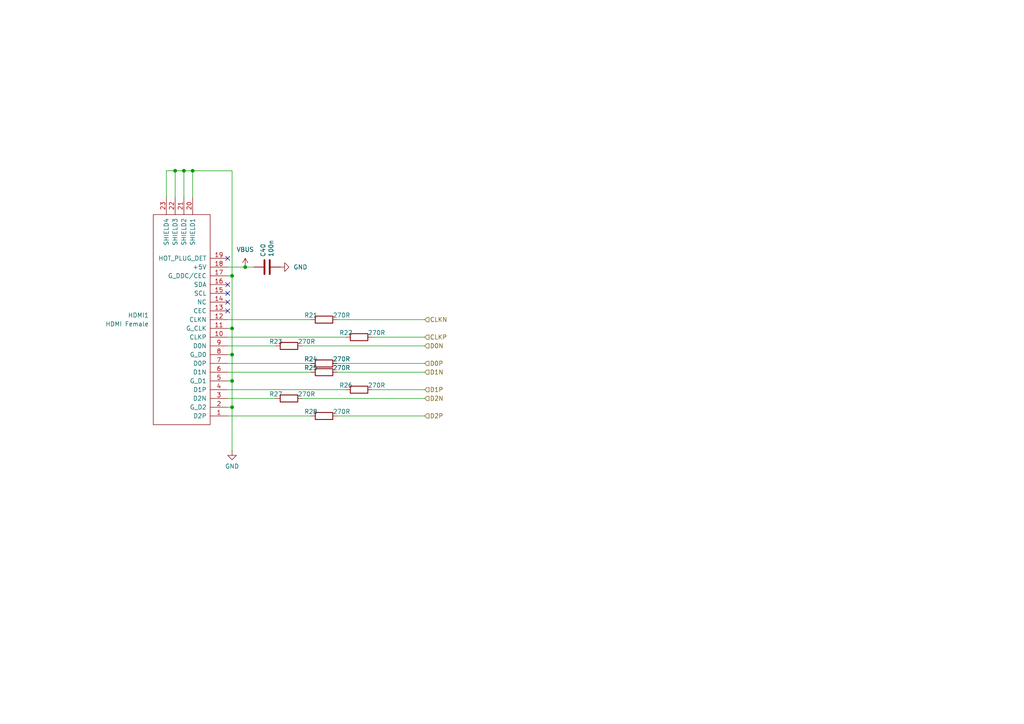
<source format=kicad_sch>
(kicad_sch (version 20231120) (generator "eeschema") (generator_version "8.0")
  (paper "A4")
  (title_block (title "Frank M2U") (date "2025-02-06") (rev "1.00") (company "Mikhail Matveev") (comment 1 "https://github.com/xtremespb/frank"))
  (lib_symbols
    (symbol "Device:C" (pin_numbers hide) (pin_names (offset 0.254))
      (property "Reference" "C" (at 0.635 2.54 0))
      (property "Value" "C" (at 0.635 -2.54 0))
      (symbol "C_0_1"
        (polyline (pts (xy -2.032 -0.762) (xy 2.032 -0.762)) (stroke (width 0.508)))
        (polyline (pts (xy -2.032 0.762) (xy 2.032 0.762)) (stroke (width 0.508)))
      )
      (symbol "C_1_1"
        (pin passive line (at 0 3.81 270) (length 2.794) (name "~") (number "1"))
        (pin passive line (at 0 -3.81 90) (length 2.794) (name "~") (number "2"))
      )
    )
    (symbol "Device:R" (pin_numbers hide) (pin_names (offset 0))
      (property "Reference" "R" (at 2.032 0 90))
      (property "Value" "R" (at 0 0 90))
      (symbol "R_0_1"
        (rectangle (start -1.016 -2.54) (end 1.016 2.54) (stroke (width 0.254)))
      )
      (symbol "R_1_1"
        (pin passive line (at 0 3.81 270) (length 1.27) (name "~") (number "1"))
        (pin passive line (at 0 -3.81 90) (length 1.27) (name "~") (number "2"))
      )
    )
    (symbol "FRANK:HDMI" (pin_names (offset 1.016))
      (property "Reference" "HDMI1" (at 12.7 -16.5101 0))
      (property "Value" "HDMI" (at 12.7 -13.9701 0))
      (symbol "HDMI_0_1"
        (rectangle (start -5.08 15.24) (end 11.43 -45.72))
      )
      (symbol "HDMI_1_1"
        (pin input line (at -10.16 12.7 0) (length 5.08) (name "D2P") (number "1"))
        (pin input line (at -10.16 -10.16 0) (length 5.08) (name "CLKP") (number "10"))
        (pin input line (at -10.16 -12.7 0) (length 5.08) (name "G_CLK") (number "11"))
        (pin input line (at -10.16 -15.24 0) (length 5.08) (name "CLKN") (number "12"))
        (pin input line (at -10.16 -17.78 0) (length 5.08) (name "CEC") (number "13"))
        (pin input line (at -10.16 -20.32 0) (length 5.08) (name "NC") (number "14"))
        (pin input line (at -10.16 -22.86 0) (length 5.08) (name "SCL") (number "15"))
        (pin input line (at -10.16 -25.4 0) (length 5.08) (name "SDA") (number "16"))
        (pin input line (at -10.16 -27.94 0) (length 5.08) (name "G_DDC/CEC") (number "17"))
        (pin input line (at -10.16 -30.48 0) (length 5.08) (name "+5V") (number "18"))
        (pin input line (at -10.16 -33.02 0) (length 5.08) (name "HOT_PLUG_DET") (number "19"))
        (pin input line (at -10.16 10.16 0) (length 5.08) (name "G_D2") (number "2"))
        (pin input line (at 0 -50.8 90) (length 5.08) (name "SHIELD1") (number "20"))
        (pin input line (at 2.54 -50.8 90) (length 5.08) (name "SHIELD2") (number "21"))
        (pin input line (at 5.08 -50.8 90) (length 5.08) (name "SHIELD3") (number "22"))
        (pin input line (at 7.62 -50.8 90) (length 5.08) (name "SHIELD4") (number "23"))
        (pin input line (at -10.16 7.62 0) (length 5.08) (name "D2N") (number "3"))
        (pin input line (at -10.16 5.08 0) (length 5.08) (name "D1P") (number "4"))
        (pin input line (at -10.16 2.54 0) (length 5.08) (name "G_D1") (number "5"))
        (pin input line (at -10.16 0 0) (length 5.08) (name "D1N") (number "6"))
        (pin input line (at -10.16 -2.54 0) (length 5.08) (name "D0P") (number "7"))
        (pin input line (at -10.16 -5.08 0) (length 5.08) (name "G_D0") (number "8"))
        (pin input line (at -10.16 -7.62 0) (length 5.08) (name "D0N") (number "9"))
      )
    )
    (symbol "GND_1" (power) (pin_numbers hide) (pin_names (offset 0) hide)
      (property "Value" "GND" (at 0 -3.81 0))
      (symbol "GND_1_0_1"
        (polyline (pts (xy 0 0) (xy 0 -1.27) (xy 1.27 -1.27) (xy 0 -2.54) (xy -1.27 -1.27) (xy 0 -1.27)))
      )
      (symbol "GND_1_1_1"
        (pin power_in line (at 0 0 270) (length 0) (name "~") (number "1"))
      )
    )
    (symbol "power:GND" (power) (pin_numbers hide) (pin_names (offset 0) hide)
      (property "Value" "GND" (at 0 -3.81 0))
      (symbol "GND_0_1"
        (polyline (pts (xy 0 0) (xy 0 -1.27) (xy 1.27 -1.27) (xy 0 -2.54) (xy -1.27 -1.27) (xy 0 -1.27)))
      )
      (symbol "GND_1_1"
        (pin power_in line (at 0 0 270) (length 0) (name "~") (number "1"))
      )
    )
    (symbol "power:VBUS" (power) (pin_numbers hide) (pin_names (offset 0) hide)
      (property "Value" "VBUS" (at 0 3.556 0))
      (symbol "VBUS_0_1"
        (polyline (pts (xy -0.762 1.27) (xy 0 2.54)))
        (polyline (pts (xy 0 0) (xy 0 2.54)))
        (polyline (pts (xy 0 2.54) (xy 0.762 1.27)))
      )
      (symbol "VBUS_1_1"
        (pin power_in line (at 0 0 90) (length 0) (name "~") (number "1"))
      )
    )
  )
  (junction (at 71.12 77.47))
  (junction (at 67.31 110.49))
  (junction (at 50.8 49.53))
  (junction (at 67.31 80.01))
  (junction (at 67.31 95.25))
  (junction (at 67.31 118.11))
  (junction (at 55.88 49.53))
  (junction (at 67.31 102.87))
  (junction (at 53.34 49.53))
  (no_connect (at 66.04 90.17))
  (no_connect (at 66.04 85.09))
  (no_connect (at 66.04 87.63))
  (no_connect (at 66.04 74.93))
  (no_connect (at 66.04 82.55))
  (wire (pts (xy 66.04 95.25) (xy 67.31 95.25)))
  (wire (pts (xy 67.31 110.49) (xy 67.31 118.11)))
  (wire (pts (xy 66.04 105.41) (xy 90.17 105.41)))
  (wire (pts (xy 87.63 115.57) (xy 123.19 115.57)))
  (wire (pts (xy 66.04 120.65) (xy 90.17 120.65)))
  (wire (pts (xy 66.04 102.87) (xy 67.31 102.87)))
  (wire (pts (xy 67.31 49.53) (xy 55.88 49.53)))
  (wire (pts (xy 53.34 49.53) (xy 53.34 57.15)))
  (wire (pts (xy 87.63 100.33) (xy 123.19 100.33)))
  (wire (pts (xy 55.88 49.53) (xy 53.34 49.53)))
  (wire (pts (xy 107.95 113.03) (xy 123.19 113.03)))
  (wire (pts (xy 67.31 102.87) (xy 67.31 110.49)))
  (wire (pts (xy 67.31 95.25) (xy 67.31 102.87)))
  (wire (pts (xy 97.79 107.95) (xy 123.19 107.95)))
  (wire (pts (xy 50.8 49.53) (xy 50.8 57.15)))
  (wire (pts (xy 66.04 92.71) (xy 90.17 92.71)))
  (wire (pts (xy 66.04 77.47) (xy 71.12 77.47)))
  (wire (pts (xy 66.04 113.03) (xy 100.33 113.03)))
  (wire (pts (xy 66.04 118.11) (xy 67.31 118.11)))
  (wire (pts (xy 67.31 118.11) (xy 67.31 130.81)))
  (wire (pts (xy 97.79 92.71) (xy 123.19 92.71)))
  (wire (pts (xy 97.79 105.41) (xy 123.19 105.41)))
  (wire (pts (xy 67.31 95.25) (xy 67.31 80.01)))
  (wire (pts (xy 50.8 49.53) (xy 48.26 49.53)))
  (wire (pts (xy 66.04 110.49) (xy 67.31 110.49)))
  (wire (pts (xy 66.04 80.01) (xy 67.31 80.01)))
  (wire (pts (xy 66.04 97.79) (xy 100.33 97.79)))
  (wire (pts (xy 67.31 80.01) (xy 67.31 49.53)))
  (wire (pts (xy 71.12 77.47) (xy 73.66 77.47)))
  (wire (pts (xy 107.95 97.79) (xy 123.19 97.79)))
  (wire (pts (xy 66.04 115.57) (xy 80.01 115.57)))
  (wire (pts (xy 53.34 49.53) (xy 50.8 49.53)))
  (wire (pts (xy 66.04 107.95) (xy 90.17 107.95)))
  (wire (pts (xy 48.26 49.53) (xy 48.26 57.15)))
  (wire (pts (xy 55.88 49.53) (xy 55.88 57.15)))
  (wire (pts (xy 97.79 120.65) (xy 123.19 120.65)))
  (wire (pts (xy 66.04 100.33) (xy 80.01 100.33)))
  (hierarchical_label "D2P" (shape input) (at 123.19 120.65 0))
  (hierarchical_label "CLKP" (shape input) (at 123.19 97.79 0))
  (hierarchical_label "D2N" (shape input) (at 123.19 115.57 0))
  (hierarchical_label "CLKN" (shape input) (at 123.19 92.71 0))
  (hierarchical_label "D0P" (shape input) (at 123.19 105.41 0))
  (hierarchical_label "D1P" (shape input) (at 123.19 113.03 0))
  (hierarchical_label "D0N" (shape input) (at 123.19 100.33 0))
  (hierarchical_label "D1N" (shape input) (at 123.19 107.95 0))
  (symbol (lib_id "Device:R") (at 93.98 105.41 90) (unit 1)
    (property "Reference" "R24" (at 90.17 104.14 90))
    (property "Value" "270R" (at 99.06 104.14 90))
    (property "Footprint" "FRANK:Resistor (0805)" (effects (hide yes)))
    (property "Datasheet" "https://www.vishay.com/docs/28952/mcs0402at-mct0603at-mcu0805at-mca1206at.pdf" (effects (hide yes)))
    (property "AliExpress" "https://www.aliexpress.com/item/1005005945735199.html" (effects (hide yes)))
  )
  (symbol (lib_id "Device:R") (at 104.14 113.03 90) (unit 1)
    (property "Reference" "R26" (at 100.33 111.76 90))
    (property "Value" "270R" (at 109.22 111.76 90))
    (property "Footprint" "FRANK:Resistor (0805)" (effects (hide yes)))
    (property "Datasheet" "https://www.vishay.com/docs/28952/mcs0402at-mct0603at-mcu0805at-mca1206at.pdf" (effects (hide yes)))
    (property "AliExpress" "https://www.aliexpress.com/item/1005005945735199.html" (effects (hide yes)))
  )
  (symbol (lib_id "Device:R") (at 93.98 92.71 90) (unit 1)
    (property "Reference" "R21" (at 90.17 91.44 90))
    (property "Value" "270R" (at 99.06 91.44 90))
    (property "Footprint" "FRANK:Resistor (0805)" (effects (hide yes)))
    (property "Datasheet" "https://www.vishay.com/docs/28952/mcs0402at-mct0603at-mcu0805at-mca1206at.pdf" (effects (hide yes)))
    (property "AliExpress" "https://www.aliexpress.com/item/1005005945735199.html" (effects (hide yes)))
  )
  (symbol (lib_id "power:VBUS") (at 71.12 77.47 0) (unit 1)
    (property "Reference" "#PWR061" (effects (hide yes)))
    (property "Value" "VBUS" (at 71.12 72.39 0))
    (property "Description" "Power symbol creates a global label with name \"VBUS\"" (effects (hide yes)))
  )
  (symbol (lib_id "Device:R") (at 93.98 107.95 90) (unit 1)
    (property "Reference" "R25" (at 90.17 106.68 90))
    (property "Value" "270R" (at 99.06 106.68 90))
    (property "Footprint" "FRANK:Resistor (0805)" (effects (hide yes)))
    (property "Datasheet" "https://www.vishay.com/docs/28952/mcs0402at-mct0603at-mcu0805at-mca1206at.pdf" (effects (hide yes)))
    (property "AliExpress" "https://www.aliexpress.com/item/1005005945735199.html" (effects (hide yes)))
  )
  (symbol (lib_id "Device:C") (at 77.47 77.47 90) (unit 1)
    (property "Reference" "C40" (at 76.3016 74.549 0) (effects (justify left)))
    (property "Value" "100n" (at 78.613 74.549 0) (effects (justify left)))
    (property "Footprint" "FRANK:Capacitor (0805)" (effects (hide yes)))
    (property "Datasheet" "https://eu.mouser.com/datasheet/2/447/KEM_C1075_X7R_HT_SMD-3316221.pdf" (effects (hide yes)))
    (property "AliExpress" "https://www.aliexpress.com/item/33008008276.html" (effects (hide yes)))
  )
  (symbol (lib_id "Device:R") (at 83.82 100.33 90) (unit 1)
    (property "Reference" "R23" (at 80.01 99.06 90))
    (property "Value" "270R" (at 88.9 99.06 90))
    (property "Footprint" "FRANK:Resistor (0805)" (effects (hide yes)))
    (property "Datasheet" "https://www.vishay.com/docs/28952/mcs0402at-mct0603at-mcu0805at-mca1206at.pdf" (effects (hide yes)))
    (property "AliExpress" "https://www.aliexpress.com/item/1005005945735199.html" (effects (hide yes)))
  )
  (symbol (lib_id "power:GND") (at 67.31 130.81 0) (unit 1)
    (property "Reference" "#PWR063" (effects (hide yes)))
    (property "Value" "GND" (at 67.31 135.2534 0))
    (property "Description" "Power symbol creates a global label with name \"GND\" , ground" (effects (hide yes)))
  )
  (symbol (lib_name "GND_1") (lib_id "power:GND") (at 81.28 77.47 90) (unit 1)
    (property "Reference" "#PWR062" (effects (hide yes)))
    (property "Value" "GND" (at 85.09 77.4699 90) (effects (justify right)))
    (property "Description" "Power symbol creates a global label with name \"GND\" , ground" (effects (hide yes)))
  )
  (symbol (lib_id "Device:R") (at 104.14 97.79 90) (unit 1)
    (property "Reference" "R22" (at 100.33 96.52 90))
    (property "Value" "270R" (at 109.22 96.52 90))
    (property "Footprint" "FRANK:Resistor (0805)" (effects (hide yes)))
    (property "Datasheet" "https://www.vishay.com/docs/28952/mcs0402at-mct0603at-mcu0805at-mca1206at.pdf" (effects (hide yes)))
    (property "AliExpress" "https://www.aliexpress.com/item/1005005945735199.html" (effects (hide yes)))
  )
  (symbol (lib_id "FRANK:HDMI") (at 55.88 107.95 180) (unit 1)
    (property "Reference" "HDMI1" (at 43.18 91.4399 0) (effects (justify left)))
    (property "Value" "HDMI Female" (at 43.18 93.9799 0) (effects (justify left)))
    (property "Footprint" "FRANK:HDMI (female)" (effects (hide yes)))
    (property "Datasheet" "https://eu.mouser.com/datasheet/2/418/8/ENG_CD_1747981_G-2018509.pdf" (effects (hide yes)))
    (property "AliExpress" "https://www.aliexpress.com/item/1005005248842433.html" (effects (hide yes)))
  )
  (symbol (lib_id "Device:R") (at 93.98 120.65 90) (unit 1)
    (property "Reference" "R28" (at 90.17 119.38 90))
    (property "Value" "270R" (at 99.06 119.38 90))
    (property "Footprint" "FRANK:Resistor (0805)" (effects (hide yes)))
    (property "Datasheet" "https://www.vishay.com/docs/28952/mcs0402at-mct0603at-mcu0805at-mca1206at.pdf" (effects (hide yes)))
    (property "AliExpress" "https://www.aliexpress.com/item/1005005945735199.html" (effects (hide yes)))
  )
  (symbol (lib_id "Device:R") (at 83.82 115.57 90) (unit 1)
    (property "Reference" "R27" (at 80.01 114.3 90))
    (property "Value" "270R" (at 88.9 114.3 90))
    (property "Footprint" "FRANK:Resistor (0805)" (effects (hide yes)))
    (property "Datasheet" "https://www.vishay.com/docs/28952/mcs0402at-mct0603at-mcu0805at-mca1206at.pdf" (effects (hide yes)))
    (property "AliExpress" "https://www.aliexpress.com/item/1005005945735199.html" (effects (hide yes)))
  )
)
</source>
